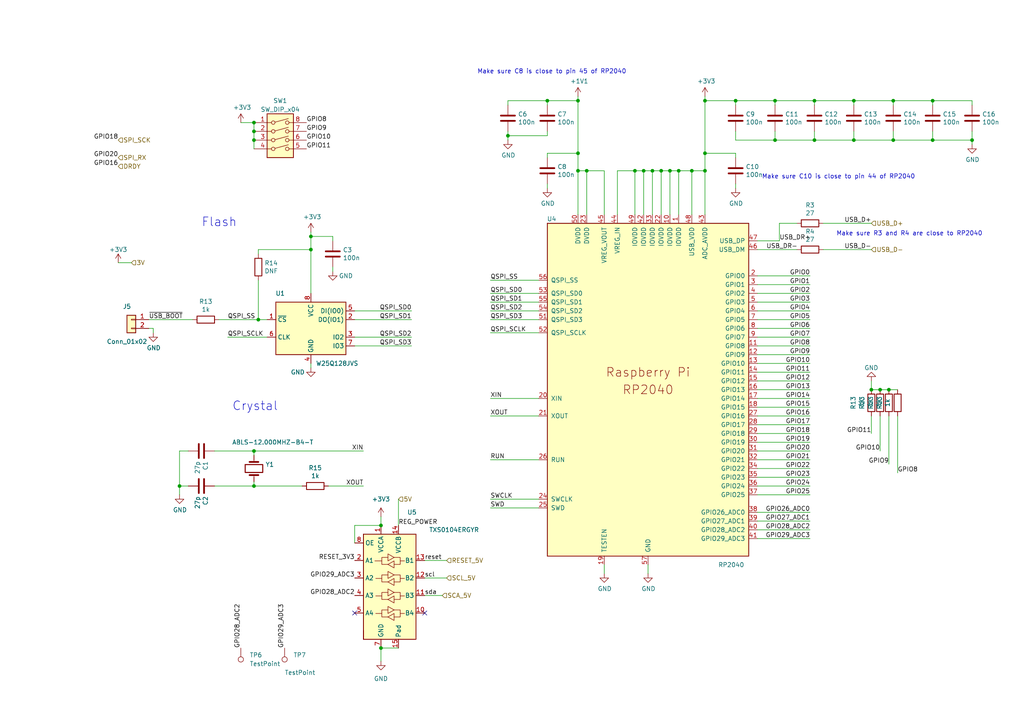
<source format=kicad_sch>
(kicad_sch (version 20230121) (generator eeschema)
  (paper "A4")
  (lib_symbols
    (symbol "+3V3_1" (power) (pin_names (offset 0))
      (property "Value" "+3V3_1" (at 0 3.556 0))
      (symbol "+3V3_1_0_1"
        (polyline (pts (xy -0.762 1.27) (xy 0 2.54)))
        (polyline (pts (xy 0 0) (xy 0 2.54)))
        (polyline (pts (xy 0 2.54) (xy 0.762 1.27)))
      )
      (symbol "+3V3_1_1_1"
        (pin power_in line (at 0 0 90) (length 0) hide (name "+3V3") (number "1"))
      )
    )
    (symbol "Connector:TestPoint" (pin_numbers hide) (pin_names (offset 0.762) hide)
      (property "Reference" "TP" (at 0 6.858 0))
      (property "Value" "TestPoint" (at 0 5.08 0))
      (symbol "TestPoint_0_1"
        (circle (center 0 3.302) (radius 0.762))
      )
      (symbol "TestPoint_1_1"
        (pin passive line (at 0 0 90) (length 2.54) (name "1") (number "1"))
      )
    )
    (symbol "Connector_Generic:Conn_01x02" (pin_names (offset 1.016) hide)
      (property "Reference" "J" (at 0 2.54 0))
      (property "Value" "Conn_01x02" (at 0 -5.08 0))
      (symbol "Conn_01x02_1_1"
        (rectangle (start -1.27 -2.413) (end 0 -2.667) (stroke (width 0.1524)))
        (rectangle (start -1.27 0.127) (end 0 -0.127) (stroke (width 0.1524)))
        (rectangle (start -1.27 1.27) (end 1.27 -3.81) (stroke (width 0.254)) (fill (type background)))
        (pin passive line (at -5.08 0 0) (length 3.81) (name "Pin_1") (number "1"))
        (pin passive line (at -5.08 -2.54 0) (length 3.81) (name "Pin_2") (number "2"))
      )
    )
    (symbol "Device:C" (pin_numbers hide) (pin_names (offset 0.254))
      (property "Reference" "C" (at 0.635 2.54 0))
      (property "Value" "C" (at 0.635 -2.54 0))
      (symbol "C_0_1"
        (polyline (pts (xy -2.032 -0.762) (xy 2.032 -0.762)) (stroke (width 0.508)))
        (polyline (pts (xy -2.032 0.762) (xy 2.032 0.762)) (stroke (width 0.508)))
      )
      (symbol "C_1_1"
        (pin passive line (at 0 3.81 270) (length 2.794) (name "~") (number "1"))
        (pin passive line (at 0 -3.81 90) (length 2.794) (name "~") (number "2"))
      )
    )
    (symbol "Device:Crystal" (pin_numbers hide) (pin_names (offset 1.016) hide)
      (property "Reference" "Y" (at 0 3.81 0))
      (property "Value" "Crystal" (at 0 -3.81 0))
      (symbol "Crystal_0_1"
        (rectangle (start -1.143 2.54) (end 1.143 -2.54) (stroke (width 0.3048)))
        (polyline (pts (xy -2.54 0) (xy -1.905 0)))
        (polyline (pts (xy -1.905 -1.27) (xy -1.905 1.27)) (stroke (width 0.508)))
        (polyline (pts (xy 1.905 -1.27) (xy 1.905 1.27)) (stroke (width 0.508)))
        (polyline (pts (xy 2.54 0) (xy 1.905 0)))
      )
      (symbol "Crystal_1_1"
        (pin passive line (at -3.81 0 0) (length 1.27) (name "1") (number "1"))
        (pin passive line (at 3.81 0 180) (length 1.27) (name "2") (number "2"))
      )
    )
    (symbol "Device:R" (pin_numbers hide) (pin_names (offset 0))
      (property "Reference" "R" (at 2.032 0 90))
      (property "Value" "R" (at 0 0 90))
      (symbol "R_0_1"
        (rectangle (start -1.016 -2.54) (end 1.016 2.54) (stroke (width 0.254)))
      )
      (symbol "R_1_1"
        (pin passive line (at 0 3.81 270) (length 1.27) (name "~") (number "1"))
        (pin passive line (at 0 -3.81 90) (length 1.27) (name "~") (number "2"))
      )
    )
    (symbol "GND_1" (power) (pin_names (offset 0))
      (property "Value" "GND_1" (at 0 -3.81 0))
      (symbol "GND_1_0_1"
        (polyline (pts (xy 0 0) (xy 0 -1.27) (xy 1.27 -1.27) (xy 0 -2.54) (xy -1.27 -1.27) (xy 0 -1.27)))
      )
      (symbol "GND_1_1_1"
        (pin power_in line (at 0 0 270) (length 0) hide (name "GND") (number "1"))
      )
    )
    (symbol "Logic_LevelTranslator:TXB0104RGY"
      (property "Reference" "U" (at -6.35 16.51 0))
      (property "Value" "TXB0104RGY" (at 3.81 16.51 0))
      (symbol "TXB0104RGY_0_1"
        (rectangle (start -7.62 -15.24) (end -7.62 -12.7) (stroke (width 0.254)))
        (rectangle (start -7.62 15.24) (end 7.62 -15.24) (stroke (width 0.254)) (fill (type background)))
        (polyline (pts (xy -2.286 -7.747) (xy -2.286 -6.731) (xy -0.508 -6.731)))
        (polyline (pts (xy -2.286 -2.667) (xy -2.286 -1.651) (xy -0.508 -1.651)))
        (polyline (pts (xy -2.286 2.413) (xy -2.286 3.429) (xy -0.508 3.429)))
        (polyline (pts (xy -2.286 7.493) (xy -2.286 8.509) (xy -0.508 8.509)))
        (polyline (pts (xy 3.048 -7.747) (xy 3.048 -8.763) (xy 1.27 -8.763)))
        (polyline (pts (xy 3.048 -2.667) (xy 3.048 -3.683) (xy 1.27 -3.683)))
        (polyline (pts (xy 3.048 2.413) (xy 3.048 1.397) (xy 1.27 1.397)))
        (polyline (pts (xy 3.048 7.493) (xy 3.048 6.477) (xy 1.27 6.477)))
        (polyline (pts (xy -0.508 -8.763) (xy -2.286 -8.763) (xy -2.286 -7.747) (xy -4.064 -7.747)))
        (polyline (pts (xy -0.508 -8.763) (xy 1.27 -7.747) (xy 1.27 -9.779) (xy -0.508 -8.763)))
        (polyline (pts (xy -0.508 -3.683) (xy -2.286 -3.683) (xy -2.286 -2.667) (xy -4.064 -2.667)))
        (polyline (pts (xy -0.508 -3.683) (xy 1.27 -2.667) (xy 1.27 -4.699) (xy -0.508 -3.683)))
        (polyline (pts (xy -0.508 1.397) (xy -2.286 1.397) (xy -2.286 2.413) (xy -4.064 2.413)))
        (polyline (pts (xy -0.508 1.397) (xy 1.27 2.413) (xy 1.27 0.381) (xy -0.508 1.397)))
        (polyline (pts (xy -0.508 6.477) (xy -2.286 6.477) (xy -2.286 7.493) (xy -4.318 7.493)))
        (polyline (pts (xy -0.508 6.477) (xy 1.27 7.493) (xy 1.27 5.461) (xy -0.508 6.477)))
        (polyline (pts (xy 1.27 -6.731) (xy -0.508 -7.747) (xy -0.508 -5.715) (xy 1.27 -6.731)))
        (polyline (pts (xy 1.27 -6.731) (xy 3.048 -6.731) (xy 3.048 -7.747) (xy 4.318 -7.747)))
        (polyline (pts (xy 1.27 -1.651) (xy -0.508 -2.667) (xy -0.508 -0.635) (xy 1.27 -1.651)))
        (polyline (pts (xy 1.27 -1.651) (xy 3.048 -1.651) (xy 3.048 -2.667) (xy 4.318 -2.667)))
        (polyline (pts (xy 1.27 3.429) (xy -0.508 2.413) (xy -0.508 4.445) (xy 1.27 3.429)))
        (polyline (pts (xy 1.27 3.429) (xy 3.048 3.429) (xy 3.048 2.413) (xy 4.318 2.413)))
        (polyline (pts (xy 1.27 8.509) (xy -0.508 7.493) (xy -0.508 9.525) (xy 1.27 8.509)))
        (polyline (pts (xy 1.27 8.509) (xy 3.048 8.509) (xy 3.048 7.493) (xy 4.318 7.493)))
      )
      (symbol "TXB0104RGY_1_1"
        (pin power_in line (at -2.54 17.78 270) (length 2.54) (name "VCCA") (number "1"))
        (pin bidirectional line (at 10.16 -7.62 180) (length 2.54) (name "B4") (number "10"))
        (pin bidirectional line (at 10.16 -2.54 180) (length 2.54) (name "B3") (number "11"))
        (pin bidirectional line (at 10.16 2.54 180) (length 2.54) (name "B2") (number "12"))
        (pin bidirectional line (at 10.16 7.62 180) (length 2.54) (name "B1") (number "13"))
        (pin power_in line (at 2.54 17.78 270) (length 2.54) (name "VCCB") (number "14"))
        (pin input line (at 2.54 -17.78 90) (length 2.54) (name "Pad") (number "15"))
        (pin bidirectional line (at -10.16 7.62 0) (length 2.54) (name "A1") (number "2"))
        (pin bidirectional line (at -10.16 2.54 0) (length 2.54) (name "A2") (number "3"))
        (pin bidirectional line (at -10.16 -2.54 0) (length 2.54) (name "A3") (number "4"))
        (pin bidirectional line (at -10.16 -7.62 0) (length 2.54) (name "A4") (number "5"))
        (pin no_connect line (at -10.16 -12.7 0) (length 2.54) hide (name "NC") (number "6"))
        (pin power_in line (at -2.54 -17.78 90) (length 2.54) (name "GND") (number "7"))
        (pin input line (at -10.16 12.7 0) (length 2.54) (name "OE") (number "8"))
        (pin no_connect line (at 10.16 -12.7 180) (length 2.54) hide (name "NC") (number "9"))
      )
    )
    (symbol "MCU_RaspberryPi_RP2040:RP2040" (pin_names (offset 1.016))
      (property "Reference" "U" (at -29.21 49.53 0))
      (property "Value" "RP2040" (at 24.13 -49.53 0))
      (symbol "RP2040_0_0"
        (text "Raspberry Pi" (at 0 5.08 0) (effects (font (size 2.54 2.54))))
        (text "RP2040" (at 0 0 0) (effects (font (size 2.54 2.54))))
      )
      (symbol "RP2040_0_1"
        (rectangle (start 29.21 48.26) (end -29.21 -48.26) (stroke (width 0.254)) (fill (type background)))
      )
      (symbol "RP2040_1_1"
        (pin power_in line (at 8.89 50.8 270) (length 2.54) (name "IOVDD") (number "1"))
        (pin power_in line (at 6.35 50.8 270) (length 2.54) (name "IOVDD") (number "10"))
        (pin bidirectional line (at 31.75 12.7 180) (length 2.54) (name "GPIO8") (number "11"))
        (pin bidirectional line (at 31.75 10.16 180) (length 2.54) (name "GPIO9") (number "12"))
        (pin bidirectional line (at 31.75 7.62 180) (length 2.54) (name "GPIO10") (number "13"))
        (pin bidirectional line (at 31.75 5.08 180) (length 2.54) (name "GPIO11") (number "14"))
        (pin bidirectional line (at 31.75 2.54 180) (length 2.54) (name "GPIO12") (number "15"))
        (pin bidirectional line (at 31.75 0 180) (length 2.54) (name "GPIO13") (number "16"))
        (pin bidirectional line (at 31.75 -2.54 180) (length 2.54) (name "GPIO14") (number "17"))
        (pin bidirectional line (at 31.75 -5.08 180) (length 2.54) (name "GPIO15") (number "18"))
        (pin passive line (at -12.7 -50.8 90) (length 2.54) (name "TESTEN") (number "19"))
        (pin bidirectional line (at 31.75 33.02 180) (length 2.54) (name "GPIO0") (number "2"))
        (pin input line (at -31.75 -2.54 0) (length 2.54) (name "XIN") (number "20"))
        (pin passive line (at -31.75 -7.62 0) (length 2.54) (name "XOUT") (number "21"))
        (pin power_in line (at 3.81 50.8 270) (length 2.54) (name "IOVDD") (number "22"))
        (pin power_in line (at -17.78 50.8 270) (length 2.54) (name "DVDD") (number "23"))
        (pin output line (at -31.75 -31.75 0) (length 2.54) (name "SWCLK") (number "24"))
        (pin bidirectional line (at -31.75 -34.29 0) (length 2.54) (name "SWD") (number "25"))
        (pin input line (at -31.75 -20.32 0) (length 2.54) (name "RUN") (number "26"))
        (pin bidirectional line (at 31.75 -7.62 180) (length 2.54) (name "GPIO16") (number "27"))
        (pin bidirectional line (at 31.75 -10.16 180) (length 2.54) (name "GPIO17") (number "28"))
        (pin bidirectional line (at 31.75 -12.7 180) (length 2.54) (name "GPIO18") (number "29"))
        (pin bidirectional line (at 31.75 30.48 180) (length 2.54) (name "GPIO1") (number "3"))
        (pin bidirectional line (at 31.75 -15.24 180) (length 2.54) (name "GPIO19") (number "30"))
        (pin bidirectional line (at 31.75 -17.78 180) (length 2.54) (name "GPIO20") (number "31"))
        (pin bidirectional line (at 31.75 -20.32 180) (length 2.54) (name "GPIO21") (number "32"))
        (pin power_in line (at 1.27 50.8 270) (length 2.54) (name "IOVDD") (number "33"))
        (pin bidirectional line (at 31.75 -22.86 180) (length 2.54) (name "GPIO22") (number "34"))
        (pin bidirectional line (at 31.75 -25.4 180) (length 2.54) (name "GPIO23") (number "35"))
        (pin bidirectional line (at 31.75 -27.94 180) (length 2.54) (name "GPIO24") (number "36"))
        (pin bidirectional line (at 31.75 -30.48 180) (length 2.54) (name "GPIO25") (number "37"))
        (pin bidirectional line (at 31.75 -35.56 180) (length 2.54) (name "GPIO26_ADC0") (number "38"))
        (pin bidirectional line (at 31.75 -38.1 180) (length 2.54) (name "GPIO27_ADC1") (number "39"))
        (pin bidirectional line (at 31.75 27.94 180) (length 2.54) (name "GPIO2") (number "4"))
        (pin bidirectional line (at 31.75 -40.64 180) (length 2.54) (name "GPIO28_ADC2") (number "40"))
        (pin bidirectional line (at 31.75 -43.18 180) (length 2.54) (name "GPIO29_ADC3") (number "41"))
        (pin power_in line (at -1.27 50.8 270) (length 2.54) (name "IOVDD") (number "42"))
        (pin power_in line (at 16.51 50.8 270) (length 2.54) (name "ADC_AVDD") (number "43"))
        (pin power_in line (at -8.89 50.8 270) (length 2.54) (name "VREG_IN") (number "44"))
        (pin power_out line (at -12.7 50.8 270) (length 2.54) (name "VREG_VOUT") (number "45"))
        (pin bidirectional line (at 31.75 40.64 180) (length 2.54) (name "USB_DM") (number "46"))
        (pin bidirectional line (at 31.75 43.18 180) (length 2.54) (name "USB_DP") (number "47"))
        (pin power_in line (at 12.7 50.8 270) (length 2.54) (name "USB_VDD") (number "48"))
        (pin power_in line (at -3.81 50.8 270) (length 2.54) (name "IOVDD") (number "49"))
        (pin bidirectional line (at 31.75 25.4 180) (length 2.54) (name "GPIO3") (number "5"))
        (pin power_in line (at -20.32 50.8 270) (length 2.54) (name "DVDD") (number "50"))
        (pin bidirectional line (at -31.75 20.32 0) (length 2.54) (name "QSPI_SD3") (number "51"))
        (pin output line (at -31.75 16.51 0) (length 2.54) (name "QSPI_SCLK") (number "52"))
        (pin bidirectional line (at -31.75 27.94 0) (length 2.54) (name "QSPI_SD0") (number "53"))
        (pin bidirectional line (at -31.75 22.86 0) (length 2.54) (name "QSPI_SD2") (number "54"))
        (pin bidirectional line (at -31.75 25.4 0) (length 2.54) (name "QSPI_SD1") (number "55"))
        (pin bidirectional line (at -31.75 31.75 0) (length 2.54) (name "QSPI_SS") (number "56"))
        (pin power_in line (at 0 -50.8 90) (length 2.54) (name "GND") (number "57"))
        (pin bidirectional line (at 31.75 22.86 180) (length 2.54) (name "GPIO4") (number "6"))
        (pin bidirectional line (at 31.75 20.32 180) (length 2.54) (name "GPIO5") (number "7"))
        (pin bidirectional line (at 31.75 17.78 180) (length 2.54) (name "GPIO6") (number "8"))
        (pin bidirectional line (at 31.75 15.24 180) (length 2.54) (name "GPIO7") (number "9"))
      )
    )
    (symbol "Memory_Flash:W25Q128JVS"
      (property "Reference" "U" (at -8.89 8.89 0))
      (property "Value" "W25Q128JVS" (at 7.62 8.89 0))
      (symbol "W25Q128JVS_0_1"
        (rectangle (start -10.16 7.62) (end 10.16 -7.62) (stroke (width 0.254)) (fill (type background)))
      )
      (symbol "W25Q128JVS_1_1"
        (pin input line (at -12.7 2.54 0) (length 2.54) (name "~{CS}") (number "1"))
        (pin bidirectional line (at 12.7 2.54 180) (length 2.54) (name "DO(IO1)") (number "2"))
        (pin bidirectional line (at 12.7 -2.54 180) (length 2.54) (name "IO2") (number "3"))
        (pin power_in line (at 0 -10.16 90) (length 2.54) (name "GND") (number "4"))
        (pin bidirectional line (at 12.7 5.08 180) (length 2.54) (name "DI(IO0)") (number "5"))
        (pin input line (at -12.7 -2.54 0) (length 2.54) (name "CLK") (number "6"))
        (pin bidirectional line (at 12.7 -5.08 180) (length 2.54) (name "IO3") (number "7"))
        (pin power_in line (at 0 10.16 270) (length 2.54) (name "VCC") (number "8"))
      )
    )
    (symbol "Switch:SW_DIP_x04" (pin_names (offset 0) hide)
      (property "Reference" "SW" (at 0 8.89 0))
      (property "Value" "SW_DIP_x04" (at 0 -6.35 0))
      (symbol "SW_DIP_x04_0_0"
        (circle (center -2.032 -2.54) (radius 0.508))
        (circle (center -2.032 0) (radius 0.508))
        (circle (center -2.032 2.54) (radius 0.508))
        (circle (center -2.032 5.08) (radius 0.508))
        (polyline (pts (xy -1.524 -2.3876) (xy 2.3622 -1.3462)))
        (polyline (pts (xy -1.524 0.127) (xy 2.3622 1.1684)))
        (polyline (pts (xy -1.524 2.667) (xy 2.3622 3.7084)))
        (polyline (pts (xy -1.524 5.207) (xy 2.3622 6.2484)))
        (circle (center 2.032 -2.54) (radius 0.508))
        (circle (center 2.032 0) (radius 0.508))
        (circle (center 2.032 2.54) (radius 0.508))
        (circle (center 2.032 5.08) (radius 0.508))
      )
      (symbol "SW_DIP_x04_0_1"
        (rectangle (start -3.81 7.62) (end 3.81 -5.08) (stroke (width 0.254)) (fill (type background)))
      )
      (symbol "SW_DIP_x04_1_1"
        (pin passive line (at -7.62 5.08 0) (length 5.08) (name "~") (number "1"))
        (pin passive line (at -7.62 2.54 0) (length 5.08) (name "~") (number "2"))
        (pin passive line (at -7.62 0 0) (length 5.08) (name "~") (number "3"))
        (pin passive line (at -7.62 -2.54 0) (length 5.08) (name "~") (number "4"))
        (pin passive line (at 7.62 -2.54 180) (length 5.08) (name "~") (number "5"))
        (pin passive line (at 7.62 0 180) (length 5.08) (name "~") (number "6"))
        (pin passive line (at 7.62 2.54 180) (length 5.08) (name "~") (number "7"))
        (pin passive line (at 7.62 5.08 180) (length 5.08) (name "~") (number "8"))
      )
    )
    (symbol "power:+1V1" (power) (pin_names (offset 0))
      (property "Value" "+1V1" (at 0 3.556 0))
      (symbol "+1V1_0_1"
        (polyline (pts (xy -0.762 1.27) (xy 0 2.54)))
        (polyline (pts (xy 0 0) (xy 0 2.54)))
        (polyline (pts (xy 0 2.54) (xy 0.762 1.27)))
      )
      (symbol "+1V1_1_1"
        (pin power_in line (at 0 0 90) (length 0) hide (name "+1V1") (number "1"))
      )
    )
    (symbol "power:+3V3" (power) (pin_names (offset 0))
      (property "Value" "+3V3" (at 0 3.556 0))
      (symbol "+3V3_0_1"
        (polyline (pts (xy -0.762 1.27) (xy 0 2.54)))
        (polyline (pts (xy 0 0) (xy 0 2.54)))
        (polyline (pts (xy 0 2.54) (xy 0.762 1.27)))
      )
      (symbol "+3V3_1_1"
        (pin power_in line (at 0 0 90) (length 0) hide (name "+3V3") (number "1"))
      )
    )
    (symbol "power:GND" (power) (pin_names (offset 0))
      (property "Value" "GND" (at 0 -3.81 0))
      (symbol "GND_0_1"
        (polyline (pts (xy 0 0) (xy 0 -1.27) (xy 1.27 -1.27) (xy 0 -2.54) (xy -1.27 -1.27) (xy 0 -1.27)))
      )
      (symbol "GND_1_1"
        (pin power_in line (at 0 0 270) (length 0) hide (name "GND") (number "1"))
      )
    )
  )
  (junction (at 110.49 187.96))
  (junction (at 204.47 49.53))
  (junction (at 167.64 44.45))
  (junction (at 200.66 49.53))
  (junction (at 73.66 35.56))
  (junction (at 270.51 29.21))
  (junction (at 236.22 40.64))
  (junction (at 247.65 40.64))
  (junction (at 252.73 113.03))
  (junction (at 147.32 39.37))
  (junction (at 170.18 49.53))
  (junction (at 191.77 49.53))
  (junction (at 167.64 49.53))
  (junction (at 73.66 38.1))
  (junction (at 224.79 40.64))
  (junction (at 110.49 152.4))
  (junction (at 255.27 113.03))
  (junction (at 73.66 130.81))
  (junction (at 257.81 113.03))
  (junction (at 52.07 140.97))
  (junction (at 224.79 29.21))
  (junction (at 73.66 40.64))
  (junction (at 281.94 40.64))
  (junction (at 213.36 29.21))
  (junction (at 259.08 29.21))
  (junction (at 259.08 40.64))
  (junction (at 270.51 40.64))
  (junction (at 247.65 29.21))
  (junction (at 236.22 29.21))
  (junction (at 204.47 29.21))
  (junction (at 184.15 49.53))
  (junction (at 204.47 44.45))
  (junction (at 74.93 92.71))
  (junction (at 194.31 49.53))
  (junction (at 189.23 49.53))
  (junction (at 73.66 140.97))
  (junction (at 167.64 29.21))
  (junction (at 90.17 68.58))
  (junction (at 90.17 72.39))
  (junction (at 186.69 49.53))
  (junction (at 196.85 49.53))
  (junction (at 158.75 29.21))
  (no_connect (at 123.19 177.8))
  (no_connect (at 102.87 177.8))
  (wire (pts (xy 219.71 135.89) (xy 234.95 135.89)))
  (wire (pts (xy 69.85 35.56) (xy 73.66 35.56)))
  (wire (pts (xy 55.88 92.71) (xy 43.18 92.71)))
  (wire (pts (xy 236.22 29.21) (xy 247.65 29.21)))
  (wire (pts (xy 196.85 49.53) (xy 196.85 62.23)))
  (wire (pts (xy 96.52 77.47) (xy 96.52 78.74)))
  (wire (pts (xy 158.75 53.34) (xy 158.75 54.61)))
  (wire (pts (xy 95.25 140.97) (xy 105.41 140.97)))
  (wire (pts (xy 238.76 64.77) (xy 252.73 64.77)))
  (wire (pts (xy 156.21 133.35) (xy 142.24 133.35)))
  (wire (pts (xy 123.19 162.56) (xy 129.54 162.56)))
  (wire (pts (xy 142.24 115.57) (xy 156.21 115.57)))
  (wire (pts (xy 167.64 27.94) (xy 167.64 29.21)))
  (wire (pts (xy 219.71 143.51) (xy 234.95 143.51)))
  (wire (pts (xy 259.08 30.48) (xy 259.08 29.21)))
  (wire (pts (xy 156.21 96.52) (xy 142.24 96.52)))
  (wire (pts (xy 219.71 128.27) (xy 234.95 128.27)))
  (wire (pts (xy 281.94 38.1) (xy 281.94 40.64)))
  (wire (pts (xy 170.18 49.53) (xy 167.64 49.53)))
  (wire (pts (xy 247.65 40.64) (xy 236.22 40.64)))
  (wire (pts (xy 194.31 62.23) (xy 194.31 49.53)))
  (wire (pts (xy 219.71 90.17) (xy 234.95 90.17)))
  (wire (pts (xy 259.08 40.64) (xy 247.65 40.64)))
  (wire (pts (xy 156.21 120.65) (xy 142.24 120.65)))
  (wire (pts (xy 259.08 29.21) (xy 270.51 29.21)))
  (wire (pts (xy 115.57 144.78) (xy 115.57 152.4)))
  (wire (pts (xy 102.87 152.4) (xy 110.49 152.4)))
  (wire (pts (xy 270.51 40.64) (xy 259.08 40.64)))
  (wire (pts (xy 54.61 130.81) (xy 52.07 130.81)))
  (wire (pts (xy 213.36 29.21) (xy 224.79 29.21)))
  (wire (pts (xy 147.32 39.37) (xy 147.32 40.64)))
  (wire (pts (xy 74.93 92.71) (xy 77.47 92.71)))
  (wire (pts (xy 167.64 44.45) (xy 167.64 49.53)))
  (wire (pts (xy 96.52 69.85) (xy 96.52 68.58)))
  (wire (pts (xy 200.66 62.23) (xy 200.66 49.53)))
  (wire (pts (xy 54.61 140.97) (xy 52.07 140.97)))
  (wire (pts (xy 73.66 38.1) (xy 73.66 40.64)))
  (wire (pts (xy 219.71 113.03) (xy 234.95 113.03)))
  (wire (pts (xy 167.64 29.21) (xy 167.64 44.45)))
  (wire (pts (xy 110.49 149.86) (xy 110.49 152.4)))
  (wire (pts (xy 200.66 49.53) (xy 204.47 49.53)))
  (wire (pts (xy 62.23 140.97) (xy 73.66 140.97)))
  (wire (pts (xy 270.51 29.21) (xy 281.94 29.21)))
  (wire (pts (xy 219.71 102.87) (xy 234.95 102.87)))
  (wire (pts (xy 175.26 62.23) (xy 175.26 49.53)))
  (wire (pts (xy 219.71 85.09) (xy 234.95 85.09)))
  (wire (pts (xy 219.71 105.41) (xy 234.95 105.41)))
  (wire (pts (xy 238.76 72.39) (xy 252.73 72.39)))
  (wire (pts (xy 219.71 80.01) (xy 234.95 80.01)))
  (wire (pts (xy 110.49 187.96) (xy 110.49 191.77)))
  (wire (pts (xy 252.73 113.03) (xy 255.27 113.03)))
  (wire (pts (xy 219.71 133.35) (xy 234.95 133.35)))
  (wire (pts (xy 257.81 113.03) (xy 260.35 113.03)))
  (wire (pts (xy 147.32 39.37) (xy 158.75 39.37)))
  (wire (pts (xy 147.32 29.21) (xy 158.75 29.21)))
  (wire (pts (xy 226.06 64.77) (xy 231.14 64.77)))
  (wire (pts (xy 158.75 39.37) (xy 158.75 38.1)))
  (wire (pts (xy 270.51 40.64) (xy 281.94 40.64)))
  (wire (pts (xy 73.66 132.08) (xy 73.66 130.81)))
  (wire (pts (xy 147.32 30.48) (xy 147.32 29.21)))
  (wire (pts (xy 219.71 151.13) (xy 234.95 151.13)))
  (wire (pts (xy 73.66 35.56) (xy 73.66 38.1)))
  (wire (pts (xy 102.87 157.48) (xy 102.87 152.4)))
  (wire (pts (xy 63.5 92.71) (xy 74.93 92.71)))
  (wire (pts (xy 247.65 29.21) (xy 259.08 29.21)))
  (wire (pts (xy 158.75 45.72) (xy 158.75 44.45)))
  (wire (pts (xy 175.26 49.53) (xy 170.18 49.53)))
  (wire (pts (xy 184.15 49.53) (xy 186.69 49.53)))
  (wire (pts (xy 219.71 69.85) (xy 226.06 69.85)))
  (wire (pts (xy 252.73 110.49) (xy 252.73 113.03)))
  (wire (pts (xy 123.19 167.64) (xy 129.54 167.64)))
  (wire (pts (xy 73.66 139.7) (xy 73.66 140.97)))
  (wire (pts (xy 196.85 49.53) (xy 200.66 49.53)))
  (wire (pts (xy 74.93 73.66) (xy 74.93 72.39)))
  (wire (pts (xy 179.07 49.53) (xy 184.15 49.53)))
  (wire (pts (xy 186.69 49.53) (xy 189.23 49.53)))
  (wire (pts (xy 213.36 45.72) (xy 213.36 44.45)))
  (wire (pts (xy 213.36 53.34) (xy 213.36 54.61)))
  (wire (pts (xy 179.07 62.23) (xy 179.07 49.53)))
  (wire (pts (xy 204.47 29.21) (xy 213.36 29.21)))
  (wire (pts (xy 247.65 30.48) (xy 247.65 29.21)))
  (wire (pts (xy 102.87 100.33) (xy 119.38 100.33)))
  (wire (pts (xy 219.71 100.33) (xy 234.95 100.33)))
  (wire (pts (xy 189.23 49.53) (xy 191.77 49.53)))
  (wire (pts (xy 189.23 62.23) (xy 189.23 49.53)))
  (wire (pts (xy 175.26 163.83) (xy 175.26 166.37)))
  (wire (pts (xy 74.93 72.39) (xy 90.17 72.39)))
  (wire (pts (xy 44.45 95.25) (xy 44.45 96.52)))
  (wire (pts (xy 186.69 62.23) (xy 186.69 49.53)))
  (wire (pts (xy 219.71 107.95) (xy 234.95 107.95)))
  (wire (pts (xy 90.17 68.58) (xy 90.17 72.39)))
  (wire (pts (xy 73.66 130.81) (xy 105.41 130.81)))
  (wire (pts (xy 187.96 163.83) (xy 187.96 166.37)))
  (wire (pts (xy 219.71 72.39) (xy 231.14 72.39)))
  (wire (pts (xy 204.47 27.94) (xy 204.47 29.21)))
  (wire (pts (xy 219.71 120.65) (xy 234.95 120.65)))
  (wire (pts (xy 236.22 40.64) (xy 224.79 40.64)))
  (wire (pts (xy 90.17 67.31) (xy 90.17 68.58)))
  (wire (pts (xy 52.07 130.81) (xy 52.07 140.97)))
  (wire (pts (xy 224.79 40.64) (xy 213.36 40.64)))
  (wire (pts (xy 213.36 38.1) (xy 213.36 40.64)))
  (wire (pts (xy 281.94 30.48) (xy 281.94 29.21)))
  (wire (pts (xy 34.29 76.2) (xy 38.1 76.2)))
  (wire (pts (xy 142.24 92.71) (xy 156.21 92.71)))
  (wire (pts (xy 219.71 110.49) (xy 234.95 110.49)))
  (wire (pts (xy 219.71 123.19) (xy 234.95 123.19)))
  (wire (pts (xy 219.71 95.25) (xy 234.95 95.25)))
  (wire (pts (xy 204.47 44.45) (xy 213.36 44.45)))
  (wire (pts (xy 219.71 140.97) (xy 234.95 140.97)))
  (wire (pts (xy 184.15 62.23) (xy 184.15 49.53)))
  (wire (pts (xy 219.71 97.79) (xy 234.95 97.79)))
  (wire (pts (xy 191.77 62.23) (xy 191.77 49.53)))
  (wire (pts (xy 123.19 172.72) (xy 128.27 172.72)))
  (wire (pts (xy 142.24 85.09) (xy 156.21 85.09)))
  (wire (pts (xy 90.17 72.39) (xy 90.17 85.09)))
  (wire (pts (xy 204.47 49.53) (xy 204.47 62.23)))
  (wire (pts (xy 219.71 87.63) (xy 234.95 87.63)))
  (wire (pts (xy 270.51 30.48) (xy 270.51 29.21)))
  (wire (pts (xy 74.93 81.28) (xy 74.93 92.71)))
  (wire (pts (xy 219.71 138.43) (xy 234.95 138.43)))
  (wire (pts (xy 219.71 115.57) (xy 234.95 115.57)))
  (wire (pts (xy 142.24 87.63) (xy 156.21 87.63)))
  (wire (pts (xy 110.49 187.96) (xy 115.57 187.96)))
  (wire (pts (xy 213.36 30.48) (xy 213.36 29.21)))
  (wire (pts (xy 73.66 40.64) (xy 73.66 43.18)))
  (wire (pts (xy 219.71 92.71) (xy 234.95 92.71)))
  (wire (pts (xy 52.07 140.97) (xy 52.07 143.51)))
  (wire (pts (xy 226.06 64.77) (xy 226.06 69.85)))
  (wire (pts (xy 66.04 97.79) (xy 77.47 97.79)))
  (wire (pts (xy 224.79 38.1) (xy 224.79 40.64)))
  (wire (pts (xy 204.47 44.45) (xy 204.47 49.53)))
  (wire (pts (xy 224.79 30.48) (xy 224.79 29.21)))
  (wire (pts (xy 219.71 82.55) (xy 234.95 82.55)))
  (wire (pts (xy 194.31 49.53) (xy 196.85 49.53)))
  (wire (pts (xy 247.65 38.1) (xy 247.65 40.64)))
  (wire (pts (xy 90.17 105.41) (xy 90.17 106.68)))
  (wire (pts (xy 191.77 49.53) (xy 194.31 49.53)))
  (wire (pts (xy 73.66 140.97) (xy 87.63 140.97)))
  (wire (pts (xy 156.21 147.32) (xy 142.24 147.32)))
  (wire (pts (xy 281.94 40.64) (xy 281.94 41.91)))
  (wire (pts (xy 102.87 90.17) (xy 119.38 90.17)))
  (wire (pts (xy 156.21 81.28) (xy 142.24 81.28)))
  (wire (pts (xy 158.75 29.21) (xy 167.64 29.21)))
  (wire (pts (xy 252.73 120.65) (xy 252.73 125.73)))
  (wire (pts (xy 147.32 38.1) (xy 147.32 39.37)))
  (wire (pts (xy 260.35 120.65) (xy 260.35 137.16)))
  (wire (pts (xy 102.87 97.79) (xy 119.38 97.79)))
  (wire (pts (xy 102.87 92.71) (xy 119.38 92.71)))
  (wire (pts (xy 255.27 120.65) (xy 255.27 130.81)))
  (wire (pts (xy 62.23 130.81) (xy 73.66 130.81)))
  (wire (pts (xy 236.22 38.1) (xy 236.22 40.64)))
  (wire (pts (xy 219.71 148.59) (xy 234.95 148.59)))
  (wire (pts (xy 158.75 44.45) (xy 167.64 44.45)))
  (wire (pts (xy 236.22 30.48) (xy 236.22 29.21)))
  (wire (pts (xy 204.47 29.21) (xy 204.47 44.45)))
  (wire (pts (xy 43.18 95.25) (xy 44.45 95.25)))
  (wire (pts (xy 224.79 29.21) (xy 236.22 29.21)))
  (wire (pts (xy 219.71 125.73) (xy 234.95 125.73)))
  (wire (pts (xy 259.08 38.1) (xy 259.08 40.64)))
  (wire (pts (xy 142.24 90.17) (xy 156.21 90.17)))
  (wire (pts (xy 219.71 156.21) (xy 234.95 156.21)))
  (wire (pts (xy 156.21 144.78) (xy 142.24 144.78)))
  (wire (pts (xy 170.18 62.23) (xy 170.18 49.53)))
  (wire (pts (xy 219.71 130.81) (xy 234.95 130.81)))
  (wire (pts (xy 255.27 113.03) (xy 257.81 113.03)))
  (wire (pts (xy 270.51 38.1) (xy 270.51 40.64)))
  (wire (pts (xy 257.81 120.65) (xy 257.81 134.62)))
  (wire (pts (xy 219.71 118.11) (xy 234.95 118.11)))
  (wire (pts (xy 158.75 30.48) (xy 158.75 29.21)))
  (wire (pts (xy 167.64 49.53) (xy 167.64 62.23)))
  (wire (pts (xy 219.71 153.67) (xy 234.95 153.67)))
  (wire (pts (xy 96.52 68.58) (xy 90.17 68.58)))
  (text "Make sure C10 is close to pin 44 of RP2040" (at 220.98 52.07 0) (effects (font (size 1.27 1.27)) (justify left bottom)))
  (text "Make sure C8 is close to pin 45 of RP2040" (at 138.43 21.59 0) (effects (font (size 1.27 1.27)) (justify left bottom)))
  (text "Crystal" (at 67.31 119.38 0) (effects (font (size 2.54 2.54)) (justify left bottom)))
  (text "Make sure R3 and R4 are close to RP2040" (at 242.57 68.58 0) (effects (font (size 1.27 1.27)) (justify left bottom)))
  (text "Flash" (at 58.42 66.04 0) (effects (font (size 2.54 2.54)) (justify left bottom)))
  (label "GPIO16" (at 34.29 48.26 180))
  (label "GPIO10" (at 88.9 40.64 0))
  (label "GPIO28_ADC2" (at 69.85 187.96 90))
  (label "GPIO28_ADC2" (at 102.87 172.72 180))
  (label "QSPI_SD3" (at 119.38 100.33 180))
  (label "GPIO29_ADC3" (at 234.95 156.21 180))
  (label "GPIO9" (at 88.9 38.1 0))
  (label "QSPI_SD2" (at 119.38 97.79 180))
  (label "GPIO11" (at 252.73 125.73 180))
  (label "~{USB_BOOT}" (at 43.18 92.71 0))
  (label "GPIO7" (at 234.95 97.79 180))
  (label "GPIO24" (at 234.95 140.97 180))
  (label "GPIO25" (at 234.95 143.51 180))
  (label "SWD" (at 142.24 147.32 0))
  (label "GPIO28_ADC2" (at 234.95 153.67 180))
  (label "GPIO17" (at 234.95 123.19 180))
  (label "sda" (at 123.19 172.72 0))
  (label "RUN" (at 142.24 133.35 0))
  (label "XOUT" (at 105.41 140.97 180))
  (label "GPIO8" (at 234.95 100.33 180))
  (label "REG_POWER" (at 115.57 152.4 0))
  (label "QSPI_SS" (at 142.24 81.28 0))
  (label "GPIO3" (at 234.95 87.63 180))
  (label "SWCLK" (at 142.24 144.78 0))
  (label "GPIO11" (at 234.95 107.95 180))
  (label "QSPI_SD0" (at 119.38 90.17 180))
  (label "GPIO18" (at 234.95 125.73 180))
  (label "GPIO12" (at 234.95 110.49 180))
  (label "GPIO18" (at 34.29 40.64 180))
  (label "GPIO4" (at 234.95 90.17 180))
  (label "GPIO19" (at 234.95 128.27 180))
  (label "RESET_3V3" (at 102.87 162.56 180))
  (label "GPIO0" (at 234.95 80.01 180))
  (label "GPIO13" (at 234.95 113.03 180))
  (label "XIN" (at 142.24 115.57 0))
  (label "QSPI_SD2" (at 142.24 90.17 0))
  (label "GPIO8" (at 260.35 137.16 0))
  (label "GPIO26_ADC0" (at 234.95 148.59 180))
  (label "QSPI_SD1" (at 142.24 87.63 0))
  (label "USB_D-" (at 252.73 72.39 180))
  (label "USB_DR+" (at 226.06 69.85 0))
  (label "USB_D+" (at 252.73 64.77 180))
  (label "QSPI_SCLK" (at 142.24 96.52 0))
  (label "scl" (at 123.19 167.64 0))
  (label "GPIO15" (at 234.95 118.11 180))
  (label "GPIO29_ADC3" (at 82.55 187.96 90))
  (label "GPIO20" (at 34.29 45.72 180))
  (label "QSPI_SD1" (at 119.38 92.71 180))
  (label "GPIO11" (at 88.9 43.18 0))
  (label "QSPI_SCLK" (at 66.04 97.79 0))
  (label "QSPI_SS" (at 66.04 92.71 0))
  (label "GPIO10" (at 255.27 130.81 180))
  (label "GPIO1" (at 234.95 82.55 180))
  (label "GPIO9" (at 234.95 102.87 180))
  (label "GPIO8" (at 88.9 35.56 0))
  (label "QSPI_SD0" (at 142.24 85.09 0))
  (label "GPIO27_ADC1" (at 234.95 151.13 180))
  (label "GPIO23" (at 234.95 138.43 180))
  (label "GPIO5" (at 234.95 92.71 180))
  (label "GPIO2" (at 234.95 85.09 180))
  (label "GPIO20" (at 234.95 130.81 180))
  (label "GPIO9" (at 257.81 134.62 180))
  (label "USB_DR-" (at 222.25 72.39 0))
  (label "GPIO6" (at 234.95 95.25 180))
  (label "GPIO14" (at 234.95 115.57 180))
  (label "QSPI_SD3" (at 142.24 92.71 0))
  (label "XIN" (at 105.41 130.81 180))
  (label "GPIO21" (at 234.95 133.35 180))
  (label "GPIO10" (at 234.95 105.41 180))
  (label "GPIO29_ADC3" (at 102.87 167.64 180))
  (label "reset" (at 123.19 162.56 0))
  (label "XOUT" (at 142.24 120.65 0))
  (label "GPIO22" (at 234.95 135.89 180))
  (label "GPIO16" (at 234.95 120.65 180))
  (hierarchical_label "RESET_5V" (shape input) (at 129.54 162.56 0))
  (hierarchical_label "SCL_5V" (shape input) (at 129.54 167.64 0))
  (hierarchical_label "5V" (shape input) (at 115.57 144.78 0))
  (hierarchical_label "SPI_RX" (shape input) (at 34.29 45.72 0))
  (hierarchical_label "USB_D+" (shape input) (at 252.73 64.77 0))
  (hierarchical_label "SCA_5V" (shape input) (at 128.27 172.72 0))
  (hierarchical_label "SPI_SCK" (shape input) (at 34.29 40.64 0))
  (hierarchical_label "DRDY" (shape input) (at 34.29 48.26 0))
  (hierarchical_label "USB_D-" (shape input) (at 252.73 72.39 0))
  (hierarchical_label "3V" (shape input) (at 38.1 76.2 0))
  (symbol (lib_id "Device:C") (at 147.32 34.29 0) (unit 1)
    (property "Reference" "C6" (at 150.241 33.1216 0) (effects (justify left)))
    (property "Value" "100n" (at 150.241 35.433 0) (effects (justify left)))
    (property "Footprint" "Capacitor_SMD:C_0402_1005Metric" (effects hide))
    (property "Purchase Link" "https://www.digikey.com/en/products/detail/kyocera-avx/04025C104KAT2A/6564238" (effects hide))
    (instances (project "Strain_Gauge" (path "" (reference "C6") (unit 1))) (project "Strain_Gauge_V2" (path "" (reference "C12") (unit 1)) (path "" (reference "C12") (unit 1))))
  )
  (symbol (lib_id "power:GND") (at 158.75 54.61 0) (unit 1)
    (property "Reference" "#PWR013" (effects hide))
    (property "Value" "GND" (at 158.877 59.0042 0))
    (instances (project "Strain_Gauge" (path "" (reference "#PWR013") (unit 1))) (project "Strain_Gauge_V2" (path "" (reference "#PWR032") (unit 1)) (path "" (reference "#PWR032") (unit 1))))
  )
  (symbol (lib_id "power:+3V3") (at 204.47 27.94 0) (unit 1)
    (property "Reference" "#PWR017" (effects hide))
    (property "Value" "+3V3" (at 204.851 23.5458 0))
    (instances (project "Strain_Gauge" (path "" (reference "#PWR017") (unit 1))) (project "Strain_Gauge_V2" (path "" (reference "#PWR036") (unit 1)) (path "" (reference "#PWR036") (unit 1))))
  )
  (symbol (lib_id "Switch:SW_DIP_x04") (at 81.28 40.64 0) (unit 1)
    (property "Reference" "SW1" (at 81.28 29.21 0))
    (property "Value" "SW_DIP_x04" (at 81.28 31.75 0))
    (property "Footprint" "Button_Switch_SMD:SW_DIP_SPSTx04_Slide_Copal_CHS-04A_W5.08mm_P1.27mm_JPin" (effects hide))
  )
  (symbol (lib_id "Device:C") (at 259.08 34.29 0) (unit 1)
    (property "Reference" "C14" (at 262.001 33.1216 0) (effects (justify left)))
    (property "Value" "100n" (at 262.001 35.433 0) (effects (justify left)))
    (property "Footprint" "Capacitor_SMD:C_0402_1005Metric" (effects hide))
    (property "Purchase Link" "https://www.digikey.com/en/products/detail/kyocera-avx/04025C104KAT2A/6564238" (effects hide))
    (instances (project "Strain_Gauge" (path "" (reference "C14") (unit 1))) (project "Strain_Gauge_V2" (path "" (reference "C20") (unit 1)) (path "" (reference "C20") (unit 1))))
  )
  (symbol (lib_id "power:+3V3") (at 90.17 67.31 0) (unit 1)
    (property "Reference" "#PWR04" (effects hide))
    (property "Value" "+3V3" (at 90.551 62.9158 0))
    (instances (project "Strain_Gauge" (path "" (reference "#PWR04") (unit 1))) (project "Strain_Gauge_V2" (path "" (reference "#PWR017") (unit 1)) (path "" (reference "#PWR017") (unit 1))))
  )
  (symbol (lib_id "Device:R") (at 260.35 116.84 0) (unit 1)
    (property "Reference" "R13" (at 255.0922 116.84 90))
    (property "Value" "1k" (at 257.4036 116.84 90))
    (property "Footprint" "Capacitor_SMD:C_0603_1608Metric" (effects hide))
    (property "Purchase Link" "https://www.digikey.com/en/products/detail/stackpole-electronics-inc/RMCF0603FT1K00/1761077" (effects hide))
    (instances (project "Strain_Gauge" (path "" (reference "R13") (unit 1))) (project "Strain_Gauge_V2" (path "" (reference "R13") (unit 1)) (path "" (reference "R24") (unit 1))))
  )
  (symbol (lib_id "Device:R") (at 257.81 116.84 0) (unit 1)
    (property "Reference" "R13" (at 252.5522 116.84 90))
    (property "Value" "1k" (at 254.8636 116.84 90))
    (property "Footprint" "Capacitor_SMD:C_0603_1608Metric" (effects hide))
    (property "Purchase Link" "https://www.digikey.com/en/products/detail/stackpole-electronics-inc/RMCF0603FT1K00/1761077" (effects hide))
    (instances (project "Strain_Gauge" (path "" (reference "R13") (unit 1))) (project "Strain_Gauge_V2" (path "" (reference "R13") (unit 1)) (path "" (reference "R23") (unit 1))))
  )
  (symbol (lib_id "power:+3V3") (at 69.85 35.56 0) (unit 1)
    (property "Reference" "#PWR0112" (effects hide))
    (property "Value" "+3V3" (at 70.231 31.1658 0))
    (instances (project "Strain_Gauge" (path "" (reference "#PWR0112") (unit 1))) (project "Strain_Gauge_V2" (path "" (reference "#PWR045") (unit 1)) (path "" (reference "#PWR061") (unit 1))))
  )
  (symbol (lib_id "Device:Crystal") (at 73.66 135.89 270) (unit 1)
    (property "Reference" "Y1" (at 76.9874 134.7216 90) (effects (justify left)))
    (property "Value" "ABLS-12.000MHZ-B4-T" (at 67.31 128.27 90) (effects (justify left)))
    (property "Footprint" "Crystal:Crystal_SMD_HC49-SD" (effects hide))
    (property "Purchase Link" "https://www.digikey.com/en/products/detail/abracon-llc/ABLS-12-000MHZ-B4-T/2184161" (effects hide))
  )
  (symbol (lib_id "Device:C") (at 236.22 34.29 0) (unit 1)
    (property "Reference" "C12" (at 239.141 33.1216 0) (effects (justify left)))
    (property "Value" "100n" (at 239.141 35.433 0) (effects (justify left)))
    (property "Footprint" "Capacitor_SMD:C_0402_1005Metric" (effects hide))
    (property "Purchase Link" "https://www.digikey.com/en/products/detail/kyocera-avx/04025C104KAT2A/6564238" (effects hide))
    (instances (project "Strain_Gauge" (path "" (reference "C12") (unit 1))) (project "Strain_Gauge_V2" (path "" (reference "C18") (unit 1)) (path "" (reference "C18") (unit 1))))
  )
  (symbol (lib_id "Memory_Flash:W25Q128JVS") (at 90.17 95.25 0) (unit 1)
    (property "Reference" "U1" (at 81.28 85.09 0))
    (property "Value" "W25Q128JVS" (at 97.79 105.41 0))
    (property "Footprint" "Package_SO:SOIC-8_5.23x5.23mm_P1.27mm" (effects hide))
    (property "Datasheet" "http://www.winbond.com/resource-files/w25q128jv_dtr%20revc%2003272018%20plus.pdf" (effects hide))
    (property "Purchase Link" "https://www.digikey.com/en/products/detail/winbond-electronics/W25Q128JVSIM-TR/6819722" (effects hide))
  )
  (symbol (lib_id "Connector:TestPoint") (at 69.85 187.96 180) (unit 1)
    (property "Reference" "TP6" (at 72.39 189.9919 0) (effects (justify right)))
    (property "Value" "TestPoint" (at 72.39 192.5319 0) (effects (justify right)))
    (property "Footprint" "TestPoint:TestPoint_THTPad_D1.0mm_Drill0.5mm" (effects hide))
    (instances (project "Strain_Gauge" (path "" (reference "TP6") (unit 1))) (project "Strain_Gauge_V2" (path "" (reference "TP1") (unit 1)) (path "" (reference "TP1") (unit 1))))
  )
  (symbol (lib_id "Device:R") (at 91.44 140.97 270) (unit 1)
    (property "Reference" "R15" (at 91.44 135.7122 90))
    (property "Value" "1k" (at 91.44 138.0236 90))
    (property "Footprint" "Capacitor_SMD:C_0603_1608Metric" (effects hide))
    (property "Purchase Link" "https://www.digikey.com/en/products/detail/stackpole-electronics-inc/RMCF0603FT1K00/1761077" (effects hide))
  )
  (symbol (lib_name "+3V3_1") (lib_id "power:+3V3") (at 34.29 76.2 0) (unit 1)
    (property "Reference" "#PWR047" (effects hide))
    (property "Value" "+3V3" (at 34.29 72.39 0))
  )
  (symbol (lib_id "Device:C") (at 270.51 34.29 0) (unit 1)
    (property "Reference" "C15" (at 273.431 33.1216 0) (effects (justify left)))
    (property "Value" "100n" (at 273.431 35.433 0) (effects (justify left)))
    (property "Footprint" "Capacitor_SMD:C_0402_1005Metric" (effects hide))
    (property "Purchase Link" "https://www.digikey.com/en/products/detail/kyocera-avx/04025C104KAT2A/6564238" (effects hide))
    (instances (project "Strain_Gauge" (path "" (reference "C15") (unit 1))) (project "Strain_Gauge_V2" (path "" (reference "C21") (unit 1)) (path "" (reference "C21") (unit 1))))
  )
  (symbol (lib_id "Logic_LevelTranslator:TXB0104RGY") (at 113.03 170.18 0) (unit 1)
    (property "Reference" "U5" (at 118.11 148.59 0) (effects (justify left)))
    (property "Value" "TXS0104ERGYR" (at 124.46 153.67 0) (effects (justify left)))
    (property "Footprint" "Package_DFN_QFN:Texas_S-PVQFN-N14" (effects hide))
    (property "Datasheet" "https://www.ti.com/lit/ds/symlink/txs0104e.pdf" (effects hide))
    (property "Purchase Link" "https://www.digikey.com/en/products/detail/texas-instruments/TXS0104ERGYR/1143663" (effects hide))
    (instances (project "Strain_Gauge" (path "" (reference "U5") (unit 1))) (project "Strain_Gauge_V2" (path "" (reference "U2") (unit 1)) (path "" (reference "U2") (unit 1))))
  )
  (symbol (lib_id "Device:R") (at 252.73 116.84 0) (unit 1)
    (property "Reference" "R13" (at 247.4722 116.84 90))
    (property "Value" "1k" (at 249.7836 116.84 90))
    (property "Footprint" "Capacitor_SMD:C_0603_1608Metric" (effects hide))
    (property "Purchase Link" "https://www.digikey.com/en/products/detail/stackpole-electronics-inc/RMCF0603FT1K00/1761077" (effects hide))
    (instances (project "Strain_Gauge" (path "" (reference "R13") (unit 1))) (project "Strain_Gauge_V2" (path "" (reference "R13") (unit 1)) (path "" (reference "R21") (unit 1))))
  )
  (symbol (lib_id "Device:C") (at 58.42 140.97 270) (unit 1)
    (property "Reference" "C2" (at 59.5884 143.891 0) (effects (justify left)))
    (property "Value" "27p" (at 57.277 143.891 0) (effects (justify left)))
    (property "Footprint" "Capacitor_SMD:C_0603_1608Metric" (effects hide))
    (property "Purchase Link" "https://www.digikey.com/en/products/detail/kemet/C0603C270F3HACAUTO/7956447" (effects hide))
    (instances (project "Strain_Gauge" (path "" (reference "C2") (unit 1))) (project "Strain_Gauge_V2" (path "" (reference "C6") (unit 1)) (path "" (reference "C6") (unit 1))))
  )
  (symbol (lib_id "power:GND") (at 147.32 40.64 0) (unit 1)
    (property "Reference" "#PWR012" (effects hide))
    (property "Value" "GND" (at 147.447 45.0342 0))
    (instances (project "Strain_Gauge" (path "" (reference "#PWR012") (unit 1))) (project "Strain_Gauge_V2" (path "" (reference "#PWR031") (unit 1)) (path "" (reference "#PWR031") (unit 1))))
  )
  (symbol (lib_id "Device:R") (at 255.27 116.84 0) (unit 1)
    (property "Reference" "R13" (at 250.0122 116.84 90))
    (property "Value" "1k" (at 252.3236 116.84 90))
    (property "Footprint" "Capacitor_SMD:C_0603_1608Metric" (effects hide))
    (property "Purchase Link" "https://www.digikey.com/en/products/detail/stackpole-electronics-inc/RMCF0603FT1K00/1761077" (effects hide))
    (instances (project "Strain_Gauge" (path "" (reference "R13") (unit 1))) (project "Strain_Gauge_V2" (path "" (reference "R13") (unit 1)) (path "" (reference "R22") (unit 1))))
  )
  (symbol (lib_id "power:GND") (at 213.36 54.61 0) (unit 1)
    (property "Reference" "#PWR018" (effects hide))
    (property "Value" "GND" (at 213.487 59.0042 0))
    (instances (project "Strain_Gauge" (path "" (reference "#PWR018") (unit 1))) (project "Strain_Gauge_V2" (path "" (reference "#PWR037") (unit 1)) (path "" (reference "#PWR037") (unit 1))))
  )
  (symbol (lib_id "Device:C") (at 158.75 34.29 0) (unit 1)
    (property "Reference" "C7" (at 161.671 33.1216 0) (effects (justify left)))
    (property "Value" "100n" (at 161.671 35.433 0) (effects (justify left)))
    (property "Footprint" "Capacitor_SMD:C_0402_1005Metric" (effects hide))
    (property "Purchase Link" "https://www.digikey.com/en/products/detail/kyocera-avx/04025C104KAT2A/6564238" (effects hide))
    (instances (project "Strain_Gauge" (path "" (reference "C7") (unit 1))) (project "Strain_Gauge_V2" (path "" (reference "C13") (unit 1)) (path "" (reference "C13") (unit 1))))
  )
  (symbol (lib_id "Device:C") (at 213.36 34.29 0) (unit 1)
    (property "Reference" "C9" (at 216.281 33.1216 0) (effects (justify left)))
    (property "Value" "100n" (at 216.281 35.433 0) (effects (justify left)))
    (property "Footprint" "Capacitor_SMD:C_0402_1005Metric" (effects hide))
    (property "Purchase Link" "https://www.digikey.com/en/products/detail/kyocera-avx/04025C104KAT2A/6564238" (effects hide))
    (instances (project "Strain_Gauge" (path "" (reference "C9") (unit 1))) (project "Strain_Gauge_V2" (path "" (reference "C15") (unit 1)) (path "" (reference "C15") (unit 1))))
  )
  (symbol (lib_id "Connector:TestPoint") (at 82.55 187.96 180) (unit 1)
    (property "Reference" "TP7" (at 85.09 189.9919 0) (effects (justify right)))
    (property "Value" "TestPoint" (at 82.55 195.0719 0) (effects (justify right)))
    (property "Footprint" "TestPoint:TestPoint_THTPad_D1.0mm_Drill0.5mm" (effects hide))
    (instances (project "Strain_Gauge" (path "" (reference "TP7") (unit 1))) (project "Strain_Gauge_V2" (path "" (reference "TP2") (unit 1)) (path "" (reference "TP2") (unit 1))))
  )
  (symbol (lib_id "Connector_Generic:Conn_01x02") (at 38.1 92.71 0) (mirror y) (unit 1)
    (property "Reference" "J5" (at 36.83 88.9 0))
    (property "Value" "Conn_01x02" (at 36.83 99.06 0))
    (property "Footprint" "Connector_PinHeader_2.54mm:PinHeader_1x02_P2.54mm_Vertical" (effects hide))
    (property "Purchase Link" "https://www.digikey.com/en/products/detail/gct/BC020-02-A-0200-0300-L-G/12549946" (effects hide))
    (instances (project "Strain_Gauge" (path "" (reference "J5") (unit 1))) (project "Strain_Gauge_V2" (path "" (reference "J7") (unit 1)) (path "" (reference "J7") (unit 1))))
  )
  (symbol (lib_id "Device:C") (at 224.79 34.29 0) (unit 1)
    (property "Reference" "C11" (at 227.711 33.1216 0) (effects (justify left)))
    (property "Value" "100n" (at 227.711 35.433 0) (effects (justify left)))
    (property "Footprint" "Capacitor_SMD:C_0402_1005Metric" (effects hide))
    (property "Purchase Link" "https://www.digikey.com/en/products/detail/kyocera-avx/04025C104KAT2A/6564238" (effects hide))
    (instances (project "Strain_Gauge" (path "" (reference "C11") (unit 1))) (project "Strain_Gauge_V2" (path "" (reference "C17") (unit 1)) (path "" (reference "C17") (unit 1))))
  )
  (symbol (lib_name "GND_1") (lib_id "power:GND") (at 252.73 110.49 180) (unit 1)
    (property "Reference" "#PWR051" (effects hide))
    (property "Value" "GND" (at 252.73 106.68 0))
  )
  (symbol (lib_id "Device:C") (at 96.52 73.66 0) (unit 1)
    (property "Reference" "C3" (at 99.441 72.4916 0) (effects (justify left)))
    (property "Value" "100n" (at 99.441 74.803 0) (effects (justify left)))
    (property "Footprint" "Capacitor_SMD:C_0402_1005Metric" (effects hide))
    (property "Purchase Link" "https://www.digikey.com/en/products/detail/kyocera-avx/04025C104KAT2A/6564238" (effects hide))
    (instances (project "Strain_Gauge" (path "" (reference "C3") (unit 1))) (project "Strain_Gauge_V2" (path "" (reference "C8") (unit 1)) (path "" (reference "C8") (unit 1))))
  )
  (symbol (lib_id "Device:C") (at 213.36 49.53 0) (unit 1)
    (property "Reference" "C10" (at 216.281 48.3616 0) (effects (justify left)))
    (property "Value" "100n" (at 216.281 50.673 0) (effects (justify left)))
    (property "Footprint" "Capacitor_SMD:C_0402_1005Metric" (effects hide))
    (property "Purchase Link" "https://www.digikey.com/en/products/detail/kyocera-avx/04025C104KAT2A/6564238" (effects hide))
    (instances (project "Strain_Gauge" (path "" (reference "C10") (unit 1))) (project "Strain_Gauge_V2" (path "" (reference "C16") (unit 1)) (path "" (reference "C16") (unit 1))))
  )
  (symbol (lib_id "Device:R") (at 234.95 64.77 270) (unit 1)
    (property "Reference" "R3" (at 234.95 59.5122 90))
    (property "Value" "27" (at 234.95 61.8236 90))
    (property "Footprint" "Capacitor_SMD:C_0402_1005Metric" (effects hide))
    (property "Purchase Link" "https://www.digikey.com/en/products/detail/rohm-semiconductor/ESR01MZPJ270/16180022" (effects hide))
    (instances (project "Strain_Gauge" (path "" (reference "R3") (unit 1))) (project "Strain_Gauge_V2" (path "" (reference "R16") (unit 1)) (path "" (reference "R16") (unit 1))))
  )
  (symbol (lib_id "power:GND") (at 110.49 191.77 0) (unit 1)
    (property "Reference" "#PWR024" (effects hide))
    (property "Value" "GND" (at 110.49 196.85 0))
    (instances (project "Strain_Gauge" (path "" (reference "#PWR024") (unit 1))) (project "Strain_Gauge_V2" (path "" (reference "#PWR022") (unit 1)) (path "" (reference "#PWR022") (unit 1))))
  )
  (symbol (lib_id "power:GND") (at 281.94 41.91 0) (unit 1)
    (property "Reference" "#PWR019" (effects hide))
    (property "Value" "GND" (at 282.067 46.3042 0))
    (instances (project "Strain_Gauge" (path "" (reference "#PWR019") (unit 1))) (project "Strain_Gauge_V2" (path "" (reference "#PWR042") (unit 1)) (path "" (reference "#PWR042") (unit 1))))
  )
  (symbol (lib_id "Device:R") (at 74.93 77.47 0) (unit 1)
    (property "Reference" "R14" (at 76.708 76.3016 0) (effects (justify left)))
    (property "Value" "DNF" (at 76.708 78.613 0) (effects (justify left)))
    (property "Footprint" "Capacitor_SMD:C_0402_1005Metric" (effects hide))
  )
  (symbol (lib_id "Device:C") (at 247.65 34.29 0) (unit 1)
    (property "Reference" "C13" (at 250.571 33.1216 0) (effects (justify left)))
    (property "Value" "100n" (at 250.571 35.433 0) (effects (justify left)))
    (property "Footprint" "Capacitor_SMD:C_0402_1005Metric" (effects hide))
    (property "Purchase Link" "https://www.digikey.com/en/products/detail/kyocera-avx/04025C104KAT2A/6564238" (effects hide))
    (instances (project "Strain_Gauge" (path "" (reference "C13") (unit 1))) (project "Strain_Gauge_V2" (path "" (reference "C19") (unit 1)) (path "" (reference "C19") (unit 1))))
  )
  (symbol (lib_id "power:+1V1") (at 167.64 27.94 0) (unit 1)
    (property "Reference" "#PWR014" (effects hide))
    (property "Value" "+1V1" (at 168.021 23.5458 0))
    (instances (project "Strain_Gauge" (path "" (reference "#PWR014") (unit 1))) (project "Strain_Gauge_V2" (path "" (reference "#PWR033") (unit 1)) (path "" (reference "#PWR033") (unit 1))))
  )
  (symbol (lib_id "power:GND") (at 44.45 96.52 0) (unit 1)
    (property "Reference" "#PWR01" (effects hide))
    (property "Value" "GND" (at 44.577 100.9142 0))
    (instances (project "Strain_Gauge" (path "" (reference "#PWR01") (unit 1))) (project "Strain_Gauge_V2" (path "" (reference "#PWR014") (unit 1)) (path "" (reference "#PWR014") (unit 1))))
  )
  (symbol (lib_id "power:GND") (at 175.26 166.37 0) (unit 1)
    (property "Reference" "#PWR015" (effects hide))
    (property "Value" "GND" (at 175.387 170.7642 0))
    (instances (project "Strain_Gauge" (path "" (reference "#PWR015") (unit 1))) (project "Strain_Gauge_V2" (path "" (reference "#PWR034") (unit 1)) (path "" (reference "#PWR034") (unit 1))))
  )
  (symbol (lib_id "Device:R") (at 234.95 72.39 270) (unit 1)
    (property "Reference" "R4" (at 234.95 67.1322 90))
    (property "Value" "27" (at 234.95 69.4436 90))
    (property "Footprint" "Capacitor_SMD:C_0402_1005Metric" (effects hide))
    (property "Purchase Link" "https://www.digikey.com/en/products/detail/rohm-semiconductor/ESR01MZPJ270/16180022" (effects hide))
    (instances (project "Strain_Gauge" (path "" (reference "R4") (unit 1))) (project "Strain_Gauge_V2" (path "" (reference "R17") (unit 1)) (path "" (reference "R17") (unit 1))))
  )
  (symbol (lib_id "Device:C") (at 281.94 34.29 0) (unit 1)
    (property "Reference" "C16" (at 284.861 33.1216 0) (effects (justify left)))
    (property "Value" "100n" (at 284.861 35.433 0) (effects (justify left)))
    (property "Footprint" "Capacitor_SMD:C_0402_1005Metric" (effects hide))
    (property "Purchase Link" "https://www.digikey.com/en/products/detail/kyocera-avx/04025C104KAT2A/6564238" (effects hide))
    (instances (project "Strain_Gauge" (path "" (reference "C16") (unit 1))) (project "Strain_Gauge_V2" (path "" (reference "C22") (unit 1)) (path "" (reference "C22") (unit 1))))
  )
  (symbol (lib_id "Device:R") (at 59.69 92.71 270) (unit 1)
    (property "Reference" "R13" (at 59.69 87.4522 90))
    (property "Value" "1k" (at 59.69 89.7636 90))
    (property "Footprint" "Capacitor_SMD:C_0603_1608Metric" (effects hide))
    (property "Purchase Link" "https://www.digikey.com/en/products/detail/stackpole-electronics-inc/RMCF0603FT1K00/1761077" (effects hide))
  )
  (symbol (lib_id "Device:C") (at 58.42 130.81 270) (unit 1)
    (property "Reference" "C1" (at 59.5884 133.731 0) (effects (justify left)))
    (property "Value" "27p" (at 57.277 133.731 0) (effects (justify left)))
    (property "Footprint" "Capacitor_SMD:C_0603_1608Metric" (effects hide))
    (property "Purchase Link" "https://www.digikey.com/en/products/detail/kemet/C0603C270F3HACAUTO/7956447" (effects hide))
    (instances (project "Strain_Gauge" (path "" (reference "C1") (unit 1))) (project "Strain_Gauge_V2" (path "" (reference "C5") (unit 1)) (path "" (reference "C5") (unit 1))))
  )
  (symbol (lib_id "power:GND") (at 96.52 78.74 0) (unit 1)
    (property "Reference" "#PWR07" (effects hide))
    (property "Value" "GND" (at 100.33 80.01 0))
    (instances (project "Strain_Gauge" (path "" (reference "#PWR07") (unit 1))) (project "Strain_Gauge_V2" (path "" (reference "#PWR020") (unit 1)) (path "" (reference "#PWR020") (unit 1))))
  )
  (symbol (lib_id "Device:C") (at 158.75 49.53 0) (unit 1)
    (property "Reference" "C8" (at 161.671 48.3616 0) (effects (justify left)))
    (property "Value" "100n" (at 161.671 50.673 0) (effects (justify left)))
    (property "Footprint" "Capacitor_SMD:C_0402_1005Metric" (effects hide))
    (property "Purchase Link" "https://www.digikey.com/en/products/detail/kyocera-avx/04025C104KAT2A/6564238" (effects hide))
    (instances (project "Strain_Gauge" (path "" (reference "C8") (unit 1))) (project "Strain_Gauge_V2" (path "" (reference "C14") (unit 1)) (path "" (reference "C14") (unit 1))))
  )
  (symbol (lib_id "MCU_RaspberryPi_RP2040:RP2040") (at 187.96 113.03 0) (unit 1)
    (property "Reference" "U4" (at 160.02 63.5 0))
    (property "Value" "RP2040" (at 212.09 163.83 0))
    (property "Footprint" "RP2040_minimal:RP2040-QFN-56" (effects hide))
    (property "Purchase Link" "https://www.digikey.com/en/products/detail/raspberry-pi/SC0914-13/14306010" (effects hide))
    (instances (project "Strain_Gauge" (path "" (reference "U4") (unit 1))) (project "Strain_Gauge_V2" (path "" (reference "U5") (unit 1)) (path "" (reference "U5") (unit 1))))
  )
  (symbol (lib_id "power:GND") (at 90.17 106.68 0) (unit 1)
    (property "Reference" "#PWR05" (effects hide))
    (property "Value" "GND" (at 86.36 107.95 0))
    (instances (project "Strain_Gauge" (path "" (reference "#PWR05") (unit 1))) (project "Strain_Gauge_V2" (path "" (reference "#PWR018") (unit 1)) (path "" (reference "#PWR018") (unit 1))))
  )
  (symbol (lib_id "power:GND") (at 52.07 143.51 0) (unit 1)
    (property "Reference" "#PWR02" (effects hide))
    (property "Value" "GND" (at 52.197 147.9042 0))
    (instances (project "Strain_Gauge" (path "" (reference "#PWR02") (unit 1))) (project "Strain_Gauge_V2" (path "" (reference "#PWR016") (unit 1)) (path "" (reference "#PWR016") (unit 1))))
  )
  (symbol (lib_id "power:+3V3") (at 110.49 149.86 0) (unit 1)
    (property "Reference" "#PWR023" (effects hide))
    (property "Value" "+3V3" (at 110.49 144.78 0))
    (instances (project "Strain_Gauge" (path "" (reference "#PWR023") (unit 1))) (project "Strain_Gauge_V2" (path "" (reference "#PWR021") (unit 1)) (path "" (reference "#PWR021") (unit 1))))
  )
  (symbol (lib_id "power:GND") (at 187.96 166.37 0) (unit 1)
    (property "Reference" "#PWR016" (effects hide))
    (property "Value" "GND" (at 188.087 170.7642 0))
    (instances (project "Strain_Gauge" (path "" (reference "#PWR016") (unit 1))) (project "Strain_Gauge_V2" (path "" (reference "#PWR035") (unit 1)) (path "" (reference "#PWR035") (unit 1))))
  )
)
</source>
